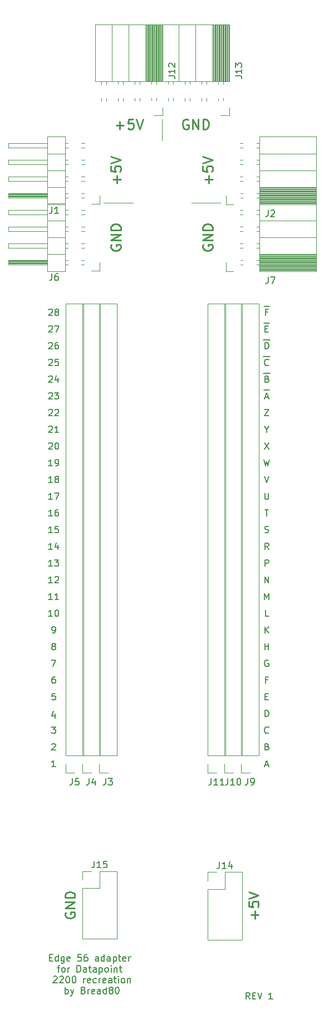
<source format=gto>
G04 #@! TF.GenerationSoftware,KiCad,Pcbnew,(5.1.12)-1*
G04 #@! TF.CreationDate,2023-07-18T15:38:23+01:00*
G04 #@! TF.ProjectId,Edge56,45646765-3536-42e6-9b69-6361645f7063,rev?*
G04 #@! TF.SameCoordinates,Original*
G04 #@! TF.FileFunction,Legend,Top*
G04 #@! TF.FilePolarity,Positive*
%FSLAX46Y46*%
G04 Gerber Fmt 4.6, Leading zero omitted, Abs format (unit mm)*
G04 Created by KiCad (PCBNEW (5.1.12)-1) date 2023-07-18 15:38:23*
%MOMM*%
%LPD*%
G01*
G04 APERTURE LIST*
%ADD10C,0.120000*%
%ADD11C,0.150000*%
%ADD12C,0.250000*%
G04 APERTURE END LIST*
D10*
X141605000Y-41910000D02*
X141605000Y-45085000D01*
X132715000Y-54610000D02*
X137160000Y-54610000D01*
X150495000Y-54610000D02*
X146050000Y-54610000D01*
D11*
X154908428Y-175585380D02*
X154575095Y-175109190D01*
X154337000Y-175585380D02*
X154337000Y-174585380D01*
X154717952Y-174585380D01*
X154813190Y-174633000D01*
X154860809Y-174680619D01*
X154908428Y-174775857D01*
X154908428Y-174918714D01*
X154860809Y-175013952D01*
X154813190Y-175061571D01*
X154717952Y-175109190D01*
X154337000Y-175109190D01*
X155337000Y-175061571D02*
X155670333Y-175061571D01*
X155813190Y-175585380D02*
X155337000Y-175585380D01*
X155337000Y-174585380D01*
X155813190Y-174585380D01*
X156098904Y-174585380D02*
X156432238Y-175585380D01*
X156765571Y-174585380D01*
X158384619Y-175585380D02*
X157813190Y-175585380D01*
X158098904Y-175585380D02*
X158098904Y-174585380D01*
X158003666Y-174728238D01*
X157908428Y-174823476D01*
X157813190Y-174871095D01*
X124460809Y-169284571D02*
X124794142Y-169284571D01*
X124937000Y-169808380D02*
X124460809Y-169808380D01*
X124460809Y-168808380D01*
X124937000Y-168808380D01*
X125794142Y-169808380D02*
X125794142Y-168808380D01*
X125794142Y-169760761D02*
X125698904Y-169808380D01*
X125508428Y-169808380D01*
X125413190Y-169760761D01*
X125365571Y-169713142D01*
X125317952Y-169617904D01*
X125317952Y-169332190D01*
X125365571Y-169236952D01*
X125413190Y-169189333D01*
X125508428Y-169141714D01*
X125698904Y-169141714D01*
X125794142Y-169189333D01*
X126698904Y-169141714D02*
X126698904Y-169951238D01*
X126651285Y-170046476D01*
X126603666Y-170094095D01*
X126508428Y-170141714D01*
X126365571Y-170141714D01*
X126270333Y-170094095D01*
X126698904Y-169760761D02*
X126603666Y-169808380D01*
X126413190Y-169808380D01*
X126317952Y-169760761D01*
X126270333Y-169713142D01*
X126222714Y-169617904D01*
X126222714Y-169332190D01*
X126270333Y-169236952D01*
X126317952Y-169189333D01*
X126413190Y-169141714D01*
X126603666Y-169141714D01*
X126698904Y-169189333D01*
X127556047Y-169760761D02*
X127460809Y-169808380D01*
X127270333Y-169808380D01*
X127175095Y-169760761D01*
X127127476Y-169665523D01*
X127127476Y-169284571D01*
X127175095Y-169189333D01*
X127270333Y-169141714D01*
X127460809Y-169141714D01*
X127556047Y-169189333D01*
X127603666Y-169284571D01*
X127603666Y-169379809D01*
X127127476Y-169475047D01*
X129270333Y-168808380D02*
X128794142Y-168808380D01*
X128746523Y-169284571D01*
X128794142Y-169236952D01*
X128889380Y-169189333D01*
X129127476Y-169189333D01*
X129222714Y-169236952D01*
X129270333Y-169284571D01*
X129317952Y-169379809D01*
X129317952Y-169617904D01*
X129270333Y-169713142D01*
X129222714Y-169760761D01*
X129127476Y-169808380D01*
X128889380Y-169808380D01*
X128794142Y-169760761D01*
X128746523Y-169713142D01*
X130175095Y-168808380D02*
X129984619Y-168808380D01*
X129889380Y-168856000D01*
X129841761Y-168903619D01*
X129746523Y-169046476D01*
X129698904Y-169236952D01*
X129698904Y-169617904D01*
X129746523Y-169713142D01*
X129794142Y-169760761D01*
X129889380Y-169808380D01*
X130079857Y-169808380D01*
X130175095Y-169760761D01*
X130222714Y-169713142D01*
X130270333Y-169617904D01*
X130270333Y-169379809D01*
X130222714Y-169284571D01*
X130175095Y-169236952D01*
X130079857Y-169189333D01*
X129889380Y-169189333D01*
X129794142Y-169236952D01*
X129746523Y-169284571D01*
X129698904Y-169379809D01*
X131889380Y-169808380D02*
X131889380Y-169284571D01*
X131841761Y-169189333D01*
X131746523Y-169141714D01*
X131556047Y-169141714D01*
X131460809Y-169189333D01*
X131889380Y-169760761D02*
X131794142Y-169808380D01*
X131556047Y-169808380D01*
X131460809Y-169760761D01*
X131413190Y-169665523D01*
X131413190Y-169570285D01*
X131460809Y-169475047D01*
X131556047Y-169427428D01*
X131794142Y-169427428D01*
X131889380Y-169379809D01*
X132794142Y-169808380D02*
X132794142Y-168808380D01*
X132794142Y-169760761D02*
X132698904Y-169808380D01*
X132508428Y-169808380D01*
X132413190Y-169760761D01*
X132365571Y-169713142D01*
X132317952Y-169617904D01*
X132317952Y-169332190D01*
X132365571Y-169236952D01*
X132413190Y-169189333D01*
X132508428Y-169141714D01*
X132698904Y-169141714D01*
X132794142Y-169189333D01*
X133698904Y-169808380D02*
X133698904Y-169284571D01*
X133651285Y-169189333D01*
X133556047Y-169141714D01*
X133365571Y-169141714D01*
X133270333Y-169189333D01*
X133698904Y-169760761D02*
X133603666Y-169808380D01*
X133365571Y-169808380D01*
X133270333Y-169760761D01*
X133222714Y-169665523D01*
X133222714Y-169570285D01*
X133270333Y-169475047D01*
X133365571Y-169427428D01*
X133603666Y-169427428D01*
X133698904Y-169379809D01*
X134175095Y-169141714D02*
X134175095Y-170141714D01*
X134175095Y-169189333D02*
X134270333Y-169141714D01*
X134460809Y-169141714D01*
X134556047Y-169189333D01*
X134603666Y-169236952D01*
X134651285Y-169332190D01*
X134651285Y-169617904D01*
X134603666Y-169713142D01*
X134556047Y-169760761D01*
X134460809Y-169808380D01*
X134270333Y-169808380D01*
X134175095Y-169760761D01*
X134937000Y-169141714D02*
X135317952Y-169141714D01*
X135079857Y-168808380D02*
X135079857Y-169665523D01*
X135127476Y-169760761D01*
X135222714Y-169808380D01*
X135317952Y-169808380D01*
X136032238Y-169760761D02*
X135937000Y-169808380D01*
X135746523Y-169808380D01*
X135651285Y-169760761D01*
X135603666Y-169665523D01*
X135603666Y-169284571D01*
X135651285Y-169189333D01*
X135746523Y-169141714D01*
X135937000Y-169141714D01*
X136032238Y-169189333D01*
X136079857Y-169284571D01*
X136079857Y-169379809D01*
X135603666Y-169475047D01*
X136508428Y-169808380D02*
X136508428Y-169141714D01*
X136508428Y-169332190D02*
X136556047Y-169236952D01*
X136603666Y-169189333D01*
X136698904Y-169141714D01*
X136794142Y-169141714D01*
X125651285Y-170791714D02*
X126032238Y-170791714D01*
X125794142Y-171458380D02*
X125794142Y-170601238D01*
X125841761Y-170506000D01*
X125937000Y-170458380D01*
X126032238Y-170458380D01*
X126508428Y-171458380D02*
X126413190Y-171410761D01*
X126365571Y-171363142D01*
X126317952Y-171267904D01*
X126317952Y-170982190D01*
X126365571Y-170886952D01*
X126413190Y-170839333D01*
X126508428Y-170791714D01*
X126651285Y-170791714D01*
X126746523Y-170839333D01*
X126794142Y-170886952D01*
X126841761Y-170982190D01*
X126841761Y-171267904D01*
X126794142Y-171363142D01*
X126746523Y-171410761D01*
X126651285Y-171458380D01*
X126508428Y-171458380D01*
X127270333Y-171458380D02*
X127270333Y-170791714D01*
X127270333Y-170982190D02*
X127317952Y-170886952D01*
X127365571Y-170839333D01*
X127460809Y-170791714D01*
X127556047Y-170791714D01*
X128651285Y-171458380D02*
X128651285Y-170458380D01*
X128889380Y-170458380D01*
X129032238Y-170506000D01*
X129127476Y-170601238D01*
X129175095Y-170696476D01*
X129222714Y-170886952D01*
X129222714Y-171029809D01*
X129175095Y-171220285D01*
X129127476Y-171315523D01*
X129032238Y-171410761D01*
X128889380Y-171458380D01*
X128651285Y-171458380D01*
X130079857Y-171458380D02*
X130079857Y-170934571D01*
X130032238Y-170839333D01*
X129937000Y-170791714D01*
X129746523Y-170791714D01*
X129651285Y-170839333D01*
X130079857Y-171410761D02*
X129984619Y-171458380D01*
X129746523Y-171458380D01*
X129651285Y-171410761D01*
X129603666Y-171315523D01*
X129603666Y-171220285D01*
X129651285Y-171125047D01*
X129746523Y-171077428D01*
X129984619Y-171077428D01*
X130079857Y-171029809D01*
X130413190Y-170791714D02*
X130794142Y-170791714D01*
X130556047Y-170458380D02*
X130556047Y-171315523D01*
X130603666Y-171410761D01*
X130698904Y-171458380D01*
X130794142Y-171458380D01*
X131556047Y-171458380D02*
X131556047Y-170934571D01*
X131508428Y-170839333D01*
X131413190Y-170791714D01*
X131222714Y-170791714D01*
X131127476Y-170839333D01*
X131556047Y-171410761D02*
X131460809Y-171458380D01*
X131222714Y-171458380D01*
X131127476Y-171410761D01*
X131079857Y-171315523D01*
X131079857Y-171220285D01*
X131127476Y-171125047D01*
X131222714Y-171077428D01*
X131460809Y-171077428D01*
X131556047Y-171029809D01*
X132032238Y-170791714D02*
X132032238Y-171791714D01*
X132032238Y-170839333D02*
X132127476Y-170791714D01*
X132317952Y-170791714D01*
X132413190Y-170839333D01*
X132460809Y-170886952D01*
X132508428Y-170982190D01*
X132508428Y-171267904D01*
X132460809Y-171363142D01*
X132413190Y-171410761D01*
X132317952Y-171458380D01*
X132127476Y-171458380D01*
X132032238Y-171410761D01*
X133079857Y-171458380D02*
X132984619Y-171410761D01*
X132937000Y-171363142D01*
X132889380Y-171267904D01*
X132889380Y-170982190D01*
X132937000Y-170886952D01*
X132984619Y-170839333D01*
X133079857Y-170791714D01*
X133222714Y-170791714D01*
X133317952Y-170839333D01*
X133365571Y-170886952D01*
X133413190Y-170982190D01*
X133413190Y-171267904D01*
X133365571Y-171363142D01*
X133317952Y-171410761D01*
X133222714Y-171458380D01*
X133079857Y-171458380D01*
X133841761Y-171458380D02*
X133841761Y-170791714D01*
X133841761Y-170458380D02*
X133794142Y-170506000D01*
X133841761Y-170553619D01*
X133889380Y-170506000D01*
X133841761Y-170458380D01*
X133841761Y-170553619D01*
X134317952Y-170791714D02*
X134317952Y-171458380D01*
X134317952Y-170886952D02*
X134365571Y-170839333D01*
X134460809Y-170791714D01*
X134603666Y-170791714D01*
X134698904Y-170839333D01*
X134746523Y-170934571D01*
X134746523Y-171458380D01*
X135079857Y-170791714D02*
X135460809Y-170791714D01*
X135222714Y-170458380D02*
X135222714Y-171315523D01*
X135270333Y-171410761D01*
X135365571Y-171458380D01*
X135460809Y-171458380D01*
X125056047Y-172203619D02*
X125103666Y-172156000D01*
X125198904Y-172108380D01*
X125437000Y-172108380D01*
X125532238Y-172156000D01*
X125579857Y-172203619D01*
X125627476Y-172298857D01*
X125627476Y-172394095D01*
X125579857Y-172536952D01*
X125008428Y-173108380D01*
X125627476Y-173108380D01*
X126008428Y-172203619D02*
X126056047Y-172156000D01*
X126151285Y-172108380D01*
X126389380Y-172108380D01*
X126484619Y-172156000D01*
X126532238Y-172203619D01*
X126579857Y-172298857D01*
X126579857Y-172394095D01*
X126532238Y-172536952D01*
X125960809Y-173108380D01*
X126579857Y-173108380D01*
X127198904Y-172108380D02*
X127294142Y-172108380D01*
X127389380Y-172156000D01*
X127437000Y-172203619D01*
X127484619Y-172298857D01*
X127532238Y-172489333D01*
X127532238Y-172727428D01*
X127484619Y-172917904D01*
X127437000Y-173013142D01*
X127389380Y-173060761D01*
X127294142Y-173108380D01*
X127198904Y-173108380D01*
X127103666Y-173060761D01*
X127056047Y-173013142D01*
X127008428Y-172917904D01*
X126960809Y-172727428D01*
X126960809Y-172489333D01*
X127008428Y-172298857D01*
X127056047Y-172203619D01*
X127103666Y-172156000D01*
X127198904Y-172108380D01*
X128151285Y-172108380D02*
X128246523Y-172108380D01*
X128341761Y-172156000D01*
X128389380Y-172203619D01*
X128437000Y-172298857D01*
X128484619Y-172489333D01*
X128484619Y-172727428D01*
X128437000Y-172917904D01*
X128389380Y-173013142D01*
X128341761Y-173060761D01*
X128246523Y-173108380D01*
X128151285Y-173108380D01*
X128056047Y-173060761D01*
X128008428Y-173013142D01*
X127960809Y-172917904D01*
X127913190Y-172727428D01*
X127913190Y-172489333D01*
X127960809Y-172298857D01*
X128008428Y-172203619D01*
X128056047Y-172156000D01*
X128151285Y-172108380D01*
X129675095Y-173108380D02*
X129675095Y-172441714D01*
X129675095Y-172632190D02*
X129722714Y-172536952D01*
X129770333Y-172489333D01*
X129865571Y-172441714D01*
X129960809Y-172441714D01*
X130675095Y-173060761D02*
X130579857Y-173108380D01*
X130389380Y-173108380D01*
X130294142Y-173060761D01*
X130246523Y-172965523D01*
X130246523Y-172584571D01*
X130294142Y-172489333D01*
X130389380Y-172441714D01*
X130579857Y-172441714D01*
X130675095Y-172489333D01*
X130722714Y-172584571D01*
X130722714Y-172679809D01*
X130246523Y-172775047D01*
X131579857Y-173060761D02*
X131484619Y-173108380D01*
X131294142Y-173108380D01*
X131198904Y-173060761D01*
X131151285Y-173013142D01*
X131103666Y-172917904D01*
X131103666Y-172632190D01*
X131151285Y-172536952D01*
X131198904Y-172489333D01*
X131294142Y-172441714D01*
X131484619Y-172441714D01*
X131579857Y-172489333D01*
X132008428Y-173108380D02*
X132008428Y-172441714D01*
X132008428Y-172632190D02*
X132056047Y-172536952D01*
X132103666Y-172489333D01*
X132198904Y-172441714D01*
X132294142Y-172441714D01*
X133008428Y-173060761D02*
X132913190Y-173108380D01*
X132722714Y-173108380D01*
X132627476Y-173060761D01*
X132579857Y-172965523D01*
X132579857Y-172584571D01*
X132627476Y-172489333D01*
X132722714Y-172441714D01*
X132913190Y-172441714D01*
X133008428Y-172489333D01*
X133056047Y-172584571D01*
X133056047Y-172679809D01*
X132579857Y-172775047D01*
X133913190Y-173108380D02*
X133913190Y-172584571D01*
X133865571Y-172489333D01*
X133770333Y-172441714D01*
X133579857Y-172441714D01*
X133484619Y-172489333D01*
X133913190Y-173060761D02*
X133817952Y-173108380D01*
X133579857Y-173108380D01*
X133484619Y-173060761D01*
X133437000Y-172965523D01*
X133437000Y-172870285D01*
X133484619Y-172775047D01*
X133579857Y-172727428D01*
X133817952Y-172727428D01*
X133913190Y-172679809D01*
X134246523Y-172441714D02*
X134627476Y-172441714D01*
X134389380Y-172108380D02*
X134389380Y-172965523D01*
X134437000Y-173060761D01*
X134532238Y-173108380D01*
X134627476Y-173108380D01*
X134960809Y-173108380D02*
X134960809Y-172441714D01*
X134960809Y-172108380D02*
X134913190Y-172156000D01*
X134960809Y-172203619D01*
X135008428Y-172156000D01*
X134960809Y-172108380D01*
X134960809Y-172203619D01*
X135579857Y-173108380D02*
X135484619Y-173060761D01*
X135437000Y-173013142D01*
X135389380Y-172917904D01*
X135389380Y-172632190D01*
X135437000Y-172536952D01*
X135484619Y-172489333D01*
X135579857Y-172441714D01*
X135722714Y-172441714D01*
X135817952Y-172489333D01*
X135865571Y-172536952D01*
X135913190Y-172632190D01*
X135913190Y-172917904D01*
X135865571Y-173013142D01*
X135817952Y-173060761D01*
X135722714Y-173108380D01*
X135579857Y-173108380D01*
X136341761Y-172441714D02*
X136341761Y-173108380D01*
X136341761Y-172536952D02*
X136389380Y-172489333D01*
X136484619Y-172441714D01*
X136627476Y-172441714D01*
X136722714Y-172489333D01*
X136770333Y-172584571D01*
X136770333Y-173108380D01*
X126865571Y-174758380D02*
X126865571Y-173758380D01*
X126865571Y-174139333D02*
X126960809Y-174091714D01*
X127151285Y-174091714D01*
X127246523Y-174139333D01*
X127294142Y-174186952D01*
X127341761Y-174282190D01*
X127341761Y-174567904D01*
X127294142Y-174663142D01*
X127246523Y-174710761D01*
X127151285Y-174758380D01*
X126960809Y-174758380D01*
X126865571Y-174710761D01*
X127675095Y-174091714D02*
X127913190Y-174758380D01*
X128151285Y-174091714D02*
X127913190Y-174758380D01*
X127817952Y-174996476D01*
X127770333Y-175044095D01*
X127675095Y-175091714D01*
X129627476Y-174234571D02*
X129770333Y-174282190D01*
X129817952Y-174329809D01*
X129865571Y-174425047D01*
X129865571Y-174567904D01*
X129817952Y-174663142D01*
X129770333Y-174710761D01*
X129675095Y-174758380D01*
X129294142Y-174758380D01*
X129294142Y-173758380D01*
X129627476Y-173758380D01*
X129722714Y-173806000D01*
X129770333Y-173853619D01*
X129817952Y-173948857D01*
X129817952Y-174044095D01*
X129770333Y-174139333D01*
X129722714Y-174186952D01*
X129627476Y-174234571D01*
X129294142Y-174234571D01*
X130294142Y-174758380D02*
X130294142Y-174091714D01*
X130294142Y-174282190D02*
X130341761Y-174186952D01*
X130389380Y-174139333D01*
X130484619Y-174091714D01*
X130579857Y-174091714D01*
X131294142Y-174710761D02*
X131198904Y-174758380D01*
X131008428Y-174758380D01*
X130913190Y-174710761D01*
X130865571Y-174615523D01*
X130865571Y-174234571D01*
X130913190Y-174139333D01*
X131008428Y-174091714D01*
X131198904Y-174091714D01*
X131294142Y-174139333D01*
X131341761Y-174234571D01*
X131341761Y-174329809D01*
X130865571Y-174425047D01*
X132198904Y-174758380D02*
X132198904Y-174234571D01*
X132151285Y-174139333D01*
X132056047Y-174091714D01*
X131865571Y-174091714D01*
X131770333Y-174139333D01*
X132198904Y-174710761D02*
X132103666Y-174758380D01*
X131865571Y-174758380D01*
X131770333Y-174710761D01*
X131722714Y-174615523D01*
X131722714Y-174520285D01*
X131770333Y-174425047D01*
X131865571Y-174377428D01*
X132103666Y-174377428D01*
X132198904Y-174329809D01*
X133103666Y-174758380D02*
X133103666Y-173758380D01*
X133103666Y-174710761D02*
X133008428Y-174758380D01*
X132817952Y-174758380D01*
X132722714Y-174710761D01*
X132675095Y-174663142D01*
X132627476Y-174567904D01*
X132627476Y-174282190D01*
X132675095Y-174186952D01*
X132722714Y-174139333D01*
X132817952Y-174091714D01*
X133008428Y-174091714D01*
X133103666Y-174139333D01*
X133722714Y-174186952D02*
X133627476Y-174139333D01*
X133579857Y-174091714D01*
X133532238Y-173996476D01*
X133532238Y-173948857D01*
X133579857Y-173853619D01*
X133627476Y-173806000D01*
X133722714Y-173758380D01*
X133913190Y-173758380D01*
X134008428Y-173806000D01*
X134056047Y-173853619D01*
X134103666Y-173948857D01*
X134103666Y-173996476D01*
X134056047Y-174091714D01*
X134008428Y-174139333D01*
X133913190Y-174186952D01*
X133722714Y-174186952D01*
X133627476Y-174234571D01*
X133579857Y-174282190D01*
X133532238Y-174377428D01*
X133532238Y-174567904D01*
X133579857Y-174663142D01*
X133627476Y-174710761D01*
X133722714Y-174758380D01*
X133913190Y-174758380D01*
X134008428Y-174710761D01*
X134056047Y-174663142D01*
X134103666Y-174567904D01*
X134103666Y-174377428D01*
X134056047Y-174282190D01*
X134008428Y-174234571D01*
X133913190Y-174186952D01*
X134722714Y-173758380D02*
X134817952Y-173758380D01*
X134913190Y-173806000D01*
X134960809Y-173853619D01*
X135008428Y-173948857D01*
X135056047Y-174139333D01*
X135056047Y-174377428D01*
X135008428Y-174567904D01*
X134960809Y-174663142D01*
X134913190Y-174710761D01*
X134817952Y-174758380D01*
X134722714Y-174758380D01*
X134627476Y-174710761D01*
X134579857Y-174663142D01*
X134532238Y-174567904D01*
X134484619Y-174377428D01*
X134484619Y-174139333D01*
X134532238Y-173948857D01*
X134579857Y-173853619D01*
X134627476Y-173806000D01*
X134722714Y-173758380D01*
D12*
X155682142Y-163345571D02*
X155682142Y-162202714D01*
X156253571Y-162774142D02*
X155110714Y-162774142D01*
X154753571Y-160774142D02*
X154753571Y-161488428D01*
X155467857Y-161559857D01*
X155396428Y-161488428D01*
X155325000Y-161345571D01*
X155325000Y-160988428D01*
X155396428Y-160845571D01*
X155467857Y-160774142D01*
X155610714Y-160702714D01*
X155967857Y-160702714D01*
X156110714Y-160774142D01*
X156182142Y-160845571D01*
X156253571Y-160988428D01*
X156253571Y-161345571D01*
X156182142Y-161488428D01*
X156110714Y-161559857D01*
X154753571Y-160274142D02*
X156253571Y-159774142D01*
X154753571Y-159274142D01*
X126885000Y-162432857D02*
X126813571Y-162575714D01*
X126813571Y-162790000D01*
X126885000Y-163004285D01*
X127027857Y-163147142D01*
X127170714Y-163218571D01*
X127456428Y-163290000D01*
X127670714Y-163290000D01*
X127956428Y-163218571D01*
X128099285Y-163147142D01*
X128242142Y-163004285D01*
X128313571Y-162790000D01*
X128313571Y-162647142D01*
X128242142Y-162432857D01*
X128170714Y-162361428D01*
X127670714Y-162361428D01*
X127670714Y-162647142D01*
X128313571Y-161718571D02*
X126813571Y-161718571D01*
X128313571Y-160861428D01*
X126813571Y-160861428D01*
X128313571Y-160147142D02*
X126813571Y-160147142D01*
X126813571Y-159790000D01*
X126885000Y-159575714D01*
X127027857Y-159432857D01*
X127170714Y-159361428D01*
X127456428Y-159290000D01*
X127670714Y-159290000D01*
X127956428Y-159361428D01*
X128099285Y-159432857D01*
X128242142Y-159575714D01*
X128313571Y-159790000D01*
X128313571Y-160147142D01*
X147840000Y-60959857D02*
X147768571Y-61102714D01*
X147768571Y-61317000D01*
X147840000Y-61531285D01*
X147982857Y-61674142D01*
X148125714Y-61745571D01*
X148411428Y-61817000D01*
X148625714Y-61817000D01*
X148911428Y-61745571D01*
X149054285Y-61674142D01*
X149197142Y-61531285D01*
X149268571Y-61317000D01*
X149268571Y-61174142D01*
X149197142Y-60959857D01*
X149125714Y-60888428D01*
X148625714Y-60888428D01*
X148625714Y-61174142D01*
X149268571Y-60245571D02*
X147768571Y-60245571D01*
X149268571Y-59388428D01*
X147768571Y-59388428D01*
X149268571Y-58674142D02*
X147768571Y-58674142D01*
X147768571Y-58317000D01*
X147840000Y-58102714D01*
X147982857Y-57959857D01*
X148125714Y-57888428D01*
X148411428Y-57817000D01*
X148625714Y-57817000D01*
X148911428Y-57888428D01*
X149054285Y-57959857D01*
X149197142Y-58102714D01*
X149268571Y-58317000D01*
X149268571Y-58674142D01*
X148697142Y-51585571D02*
X148697142Y-50442714D01*
X149268571Y-51014142D02*
X148125714Y-51014142D01*
X147768571Y-49014142D02*
X147768571Y-49728428D01*
X148482857Y-49799857D01*
X148411428Y-49728428D01*
X148340000Y-49585571D01*
X148340000Y-49228428D01*
X148411428Y-49085571D01*
X148482857Y-49014142D01*
X148625714Y-48942714D01*
X148982857Y-48942714D01*
X149125714Y-49014142D01*
X149197142Y-49085571D01*
X149268571Y-49228428D01*
X149268571Y-49585571D01*
X149197142Y-49728428D01*
X149125714Y-49799857D01*
X147768571Y-48514142D02*
X149268571Y-48014142D01*
X147768571Y-47514142D01*
X145542142Y-41922000D02*
X145399285Y-41850571D01*
X145185000Y-41850571D01*
X144970714Y-41922000D01*
X144827857Y-42064857D01*
X144756428Y-42207714D01*
X144685000Y-42493428D01*
X144685000Y-42707714D01*
X144756428Y-42993428D01*
X144827857Y-43136285D01*
X144970714Y-43279142D01*
X145185000Y-43350571D01*
X145327857Y-43350571D01*
X145542142Y-43279142D01*
X145613571Y-43207714D01*
X145613571Y-42707714D01*
X145327857Y-42707714D01*
X146256428Y-43350571D02*
X146256428Y-41850571D01*
X147113571Y-43350571D01*
X147113571Y-41850571D01*
X147827857Y-43350571D02*
X147827857Y-41850571D01*
X148185000Y-41850571D01*
X148399285Y-41922000D01*
X148542142Y-42064857D01*
X148613571Y-42207714D01*
X148685000Y-42493428D01*
X148685000Y-42707714D01*
X148613571Y-42993428D01*
X148542142Y-43136285D01*
X148399285Y-43279142D01*
X148185000Y-43350571D01*
X147827857Y-43350571D01*
X134596428Y-42779142D02*
X135739285Y-42779142D01*
X135167857Y-43350571D02*
X135167857Y-42207714D01*
X137167857Y-41850571D02*
X136453571Y-41850571D01*
X136382142Y-42564857D01*
X136453571Y-42493428D01*
X136596428Y-42422000D01*
X136953571Y-42422000D01*
X137096428Y-42493428D01*
X137167857Y-42564857D01*
X137239285Y-42707714D01*
X137239285Y-43064857D01*
X137167857Y-43207714D01*
X137096428Y-43279142D01*
X136953571Y-43350571D01*
X136596428Y-43350571D01*
X136453571Y-43279142D01*
X136382142Y-43207714D01*
X137667857Y-41850571D02*
X138167857Y-43350571D01*
X138667857Y-41850571D01*
X133870000Y-60959857D02*
X133798571Y-61102714D01*
X133798571Y-61317000D01*
X133870000Y-61531285D01*
X134012857Y-61674142D01*
X134155714Y-61745571D01*
X134441428Y-61817000D01*
X134655714Y-61817000D01*
X134941428Y-61745571D01*
X135084285Y-61674142D01*
X135227142Y-61531285D01*
X135298571Y-61317000D01*
X135298571Y-61174142D01*
X135227142Y-60959857D01*
X135155714Y-60888428D01*
X134655714Y-60888428D01*
X134655714Y-61174142D01*
X135298571Y-60245571D02*
X133798571Y-60245571D01*
X135298571Y-59388428D01*
X133798571Y-59388428D01*
X135298571Y-58674142D02*
X133798571Y-58674142D01*
X133798571Y-58317000D01*
X133870000Y-58102714D01*
X134012857Y-57959857D01*
X134155714Y-57888428D01*
X134441428Y-57817000D01*
X134655714Y-57817000D01*
X134941428Y-57888428D01*
X135084285Y-57959857D01*
X135227142Y-58102714D01*
X135298571Y-58317000D01*
X135298571Y-58674142D01*
X134727142Y-51585571D02*
X134727142Y-50442714D01*
X135298571Y-51014142D02*
X134155714Y-51014142D01*
X133798571Y-49014142D02*
X133798571Y-49728428D01*
X134512857Y-49799857D01*
X134441428Y-49728428D01*
X134370000Y-49585571D01*
X134370000Y-49228428D01*
X134441428Y-49085571D01*
X134512857Y-49014142D01*
X134655714Y-48942714D01*
X135012857Y-48942714D01*
X135155714Y-49014142D01*
X135227142Y-49085571D01*
X135298571Y-49228428D01*
X135298571Y-49585571D01*
X135227142Y-49728428D01*
X135155714Y-49799857D01*
X133798571Y-48514142D02*
X135298571Y-48014142D01*
X133798571Y-47514142D01*
D11*
X156980000Y-75412000D02*
X157980000Y-75412000D01*
X157218095Y-76779380D02*
X157218095Y-75779380D01*
X157456190Y-75779380D01*
X157599047Y-75827000D01*
X157694285Y-75922238D01*
X157741904Y-76017476D01*
X157789523Y-76207952D01*
X157789523Y-76350809D01*
X157741904Y-76541285D01*
X157694285Y-76636523D01*
X157599047Y-76731761D01*
X157456190Y-76779380D01*
X157218095Y-76779380D01*
X156980000Y-77952000D02*
X157980000Y-77952000D01*
X157789523Y-79224142D02*
X157741904Y-79271761D01*
X157599047Y-79319380D01*
X157503809Y-79319380D01*
X157360952Y-79271761D01*
X157265714Y-79176523D01*
X157218095Y-79081285D01*
X157170476Y-78890809D01*
X157170476Y-78747952D01*
X157218095Y-78557476D01*
X157265714Y-78462238D01*
X157360952Y-78367000D01*
X157503809Y-78319380D01*
X157599047Y-78319380D01*
X157741904Y-78367000D01*
X157789523Y-78414619D01*
X156980000Y-80492000D02*
X157980000Y-80492000D01*
X157551428Y-81335571D02*
X157694285Y-81383190D01*
X157741904Y-81430809D01*
X157789523Y-81526047D01*
X157789523Y-81668904D01*
X157741904Y-81764142D01*
X157694285Y-81811761D01*
X157599047Y-81859380D01*
X157218095Y-81859380D01*
X157218095Y-80859380D01*
X157551428Y-80859380D01*
X157646666Y-80907000D01*
X157694285Y-80954619D01*
X157741904Y-81049857D01*
X157741904Y-81145095D01*
X157694285Y-81240333D01*
X157646666Y-81287952D01*
X157551428Y-81335571D01*
X157218095Y-81335571D01*
X157051428Y-83032000D02*
X157908571Y-83032000D01*
X157241904Y-84113666D02*
X157718095Y-84113666D01*
X157146666Y-84399380D02*
X157480000Y-83399380D01*
X157813333Y-84399380D01*
X157741904Y-124087000D02*
X157646666Y-124039380D01*
X157503809Y-124039380D01*
X157360952Y-124087000D01*
X157265714Y-124182238D01*
X157218095Y-124277476D01*
X157170476Y-124467952D01*
X157170476Y-124610809D01*
X157218095Y-124801285D01*
X157265714Y-124896523D01*
X157360952Y-124991761D01*
X157503809Y-125039380D01*
X157599047Y-125039380D01*
X157741904Y-124991761D01*
X157789523Y-124944142D01*
X157789523Y-124610809D01*
X157599047Y-124610809D01*
X157194285Y-122499380D02*
X157194285Y-121499380D01*
X157194285Y-121975571D02*
X157765714Y-121975571D01*
X157765714Y-122499380D02*
X157765714Y-121499380D01*
X157051428Y-70332000D02*
X157908571Y-70332000D01*
X157622857Y-71175571D02*
X157289523Y-71175571D01*
X157289523Y-71699380D02*
X157289523Y-70699380D01*
X157765714Y-70699380D01*
X157027619Y-72872000D02*
X157932380Y-72872000D01*
X157265714Y-73715571D02*
X157599047Y-73715571D01*
X157741904Y-74239380D02*
X157265714Y-74239380D01*
X157265714Y-73239380D01*
X157741904Y-73239380D01*
X157146666Y-85939380D02*
X157813333Y-85939380D01*
X157146666Y-86939380D01*
X157813333Y-86939380D01*
X157480000Y-89003190D02*
X157480000Y-89479380D01*
X157146666Y-88479380D02*
X157480000Y-89003190D01*
X157813333Y-88479380D01*
X157146666Y-91019380D02*
X157813333Y-92019380D01*
X157813333Y-91019380D02*
X157146666Y-92019380D01*
X157051428Y-93559380D02*
X157289523Y-94559380D01*
X157480000Y-93845095D01*
X157670476Y-94559380D01*
X157908571Y-93559380D01*
X157146666Y-96099380D02*
X157480000Y-97099380D01*
X157813333Y-96099380D01*
X157194285Y-98639380D02*
X157194285Y-99448904D01*
X157241904Y-99544142D01*
X157289523Y-99591761D01*
X157384761Y-99639380D01*
X157575238Y-99639380D01*
X157670476Y-99591761D01*
X157718095Y-99544142D01*
X157765714Y-99448904D01*
X157765714Y-98639380D01*
X157194285Y-101179380D02*
X157765714Y-101179380D01*
X157480000Y-102179380D02*
X157480000Y-101179380D01*
X157194285Y-104671761D02*
X157337142Y-104719380D01*
X157575238Y-104719380D01*
X157670476Y-104671761D01*
X157718095Y-104624142D01*
X157765714Y-104528904D01*
X157765714Y-104433666D01*
X157718095Y-104338428D01*
X157670476Y-104290809D01*
X157575238Y-104243190D01*
X157384761Y-104195571D01*
X157289523Y-104147952D01*
X157241904Y-104100333D01*
X157194285Y-104005095D01*
X157194285Y-103909857D01*
X157241904Y-103814619D01*
X157289523Y-103767000D01*
X157384761Y-103719380D01*
X157622857Y-103719380D01*
X157765714Y-103767000D01*
X157789523Y-107259380D02*
X157456190Y-106783190D01*
X157218095Y-107259380D02*
X157218095Y-106259380D01*
X157599047Y-106259380D01*
X157694285Y-106307000D01*
X157741904Y-106354619D01*
X157789523Y-106449857D01*
X157789523Y-106592714D01*
X157741904Y-106687952D01*
X157694285Y-106735571D01*
X157599047Y-106783190D01*
X157218095Y-106783190D01*
X157218095Y-109799380D02*
X157218095Y-108799380D01*
X157599047Y-108799380D01*
X157694285Y-108847000D01*
X157741904Y-108894619D01*
X157789523Y-108989857D01*
X157789523Y-109132714D01*
X157741904Y-109227952D01*
X157694285Y-109275571D01*
X157599047Y-109323190D01*
X157218095Y-109323190D01*
X157194285Y-112339380D02*
X157194285Y-111339380D01*
X157765714Y-112339380D01*
X157765714Y-111339380D01*
X157146666Y-114879380D02*
X157146666Y-113879380D01*
X157480000Y-114593666D01*
X157813333Y-113879380D01*
X157813333Y-114879380D01*
X157789523Y-117419380D02*
X157313333Y-117419380D01*
X157313333Y-116419380D01*
X157218095Y-119959380D02*
X157218095Y-118959380D01*
X157789523Y-119959380D02*
X157360952Y-119387952D01*
X157789523Y-118959380D02*
X157218095Y-119530809D01*
X157622857Y-127055571D02*
X157289523Y-127055571D01*
X157289523Y-127579380D02*
X157289523Y-126579380D01*
X157765714Y-126579380D01*
X157265714Y-129595571D02*
X157599047Y-129595571D01*
X157741904Y-130119380D02*
X157265714Y-130119380D01*
X157265714Y-129119380D01*
X157741904Y-129119380D01*
X157218095Y-132659380D02*
X157218095Y-131659380D01*
X157456190Y-131659380D01*
X157599047Y-131707000D01*
X157694285Y-131802238D01*
X157741904Y-131897476D01*
X157789523Y-132087952D01*
X157789523Y-132230809D01*
X157741904Y-132421285D01*
X157694285Y-132516523D01*
X157599047Y-132611761D01*
X157456190Y-132659380D01*
X157218095Y-132659380D01*
X157789523Y-135104142D02*
X157741904Y-135151761D01*
X157599047Y-135199380D01*
X157503809Y-135199380D01*
X157360952Y-135151761D01*
X157265714Y-135056523D01*
X157218095Y-134961285D01*
X157170476Y-134770809D01*
X157170476Y-134627952D01*
X157218095Y-134437476D01*
X157265714Y-134342238D01*
X157360952Y-134247000D01*
X157503809Y-134199380D01*
X157599047Y-134199380D01*
X157741904Y-134247000D01*
X157789523Y-134294619D01*
X157551428Y-137215571D02*
X157694285Y-137263190D01*
X157741904Y-137310809D01*
X157789523Y-137406047D01*
X157789523Y-137548904D01*
X157741904Y-137644142D01*
X157694285Y-137691761D01*
X157599047Y-137739380D01*
X157218095Y-137739380D01*
X157218095Y-136739380D01*
X157551428Y-136739380D01*
X157646666Y-136787000D01*
X157694285Y-136834619D01*
X157741904Y-136929857D01*
X157741904Y-137025095D01*
X157694285Y-137120333D01*
X157646666Y-137167952D01*
X157551428Y-137215571D01*
X157218095Y-137215571D01*
X157241904Y-139993666D02*
X157718095Y-139993666D01*
X157146666Y-140279380D02*
X157480000Y-139279380D01*
X157813333Y-140279380D01*
X124333095Y-70794619D02*
X124380714Y-70747000D01*
X124475952Y-70699380D01*
X124714047Y-70699380D01*
X124809285Y-70747000D01*
X124856904Y-70794619D01*
X124904523Y-70889857D01*
X124904523Y-70985095D01*
X124856904Y-71127952D01*
X124285476Y-71699380D01*
X124904523Y-71699380D01*
X125475952Y-71127952D02*
X125380714Y-71080333D01*
X125333095Y-71032714D01*
X125285476Y-70937476D01*
X125285476Y-70889857D01*
X125333095Y-70794619D01*
X125380714Y-70747000D01*
X125475952Y-70699380D01*
X125666428Y-70699380D01*
X125761666Y-70747000D01*
X125809285Y-70794619D01*
X125856904Y-70889857D01*
X125856904Y-70937476D01*
X125809285Y-71032714D01*
X125761666Y-71080333D01*
X125666428Y-71127952D01*
X125475952Y-71127952D01*
X125380714Y-71175571D01*
X125333095Y-71223190D01*
X125285476Y-71318428D01*
X125285476Y-71508904D01*
X125333095Y-71604142D01*
X125380714Y-71651761D01*
X125475952Y-71699380D01*
X125666428Y-71699380D01*
X125761666Y-71651761D01*
X125809285Y-71604142D01*
X125856904Y-71508904D01*
X125856904Y-71318428D01*
X125809285Y-71223190D01*
X125761666Y-71175571D01*
X125666428Y-71127952D01*
X124333095Y-73334619D02*
X124380714Y-73287000D01*
X124475952Y-73239380D01*
X124714047Y-73239380D01*
X124809285Y-73287000D01*
X124856904Y-73334619D01*
X124904523Y-73429857D01*
X124904523Y-73525095D01*
X124856904Y-73667952D01*
X124285476Y-74239380D01*
X124904523Y-74239380D01*
X125237857Y-73239380D02*
X125904523Y-73239380D01*
X125475952Y-74239380D01*
X124333095Y-75874619D02*
X124380714Y-75827000D01*
X124475952Y-75779380D01*
X124714047Y-75779380D01*
X124809285Y-75827000D01*
X124856904Y-75874619D01*
X124904523Y-75969857D01*
X124904523Y-76065095D01*
X124856904Y-76207952D01*
X124285476Y-76779380D01*
X124904523Y-76779380D01*
X125761666Y-75779380D02*
X125571190Y-75779380D01*
X125475952Y-75827000D01*
X125428333Y-75874619D01*
X125333095Y-76017476D01*
X125285476Y-76207952D01*
X125285476Y-76588904D01*
X125333095Y-76684142D01*
X125380714Y-76731761D01*
X125475952Y-76779380D01*
X125666428Y-76779380D01*
X125761666Y-76731761D01*
X125809285Y-76684142D01*
X125856904Y-76588904D01*
X125856904Y-76350809D01*
X125809285Y-76255571D01*
X125761666Y-76207952D01*
X125666428Y-76160333D01*
X125475952Y-76160333D01*
X125380714Y-76207952D01*
X125333095Y-76255571D01*
X125285476Y-76350809D01*
X124333095Y-78414619D02*
X124380714Y-78367000D01*
X124475952Y-78319380D01*
X124714047Y-78319380D01*
X124809285Y-78367000D01*
X124856904Y-78414619D01*
X124904523Y-78509857D01*
X124904523Y-78605095D01*
X124856904Y-78747952D01*
X124285476Y-79319380D01*
X124904523Y-79319380D01*
X125809285Y-78319380D02*
X125333095Y-78319380D01*
X125285476Y-78795571D01*
X125333095Y-78747952D01*
X125428333Y-78700333D01*
X125666428Y-78700333D01*
X125761666Y-78747952D01*
X125809285Y-78795571D01*
X125856904Y-78890809D01*
X125856904Y-79128904D01*
X125809285Y-79224142D01*
X125761666Y-79271761D01*
X125666428Y-79319380D01*
X125428333Y-79319380D01*
X125333095Y-79271761D01*
X125285476Y-79224142D01*
X124333095Y-80954619D02*
X124380714Y-80907000D01*
X124475952Y-80859380D01*
X124714047Y-80859380D01*
X124809285Y-80907000D01*
X124856904Y-80954619D01*
X124904523Y-81049857D01*
X124904523Y-81145095D01*
X124856904Y-81287952D01*
X124285476Y-81859380D01*
X124904523Y-81859380D01*
X125761666Y-81192714D02*
X125761666Y-81859380D01*
X125523571Y-80811761D02*
X125285476Y-81526047D01*
X125904523Y-81526047D01*
X124333095Y-83494619D02*
X124380714Y-83447000D01*
X124475952Y-83399380D01*
X124714047Y-83399380D01*
X124809285Y-83447000D01*
X124856904Y-83494619D01*
X124904523Y-83589857D01*
X124904523Y-83685095D01*
X124856904Y-83827952D01*
X124285476Y-84399380D01*
X124904523Y-84399380D01*
X125237857Y-83399380D02*
X125856904Y-83399380D01*
X125523571Y-83780333D01*
X125666428Y-83780333D01*
X125761666Y-83827952D01*
X125809285Y-83875571D01*
X125856904Y-83970809D01*
X125856904Y-84208904D01*
X125809285Y-84304142D01*
X125761666Y-84351761D01*
X125666428Y-84399380D01*
X125380714Y-84399380D01*
X125285476Y-84351761D01*
X125237857Y-84304142D01*
X124333095Y-86034619D02*
X124380714Y-85987000D01*
X124475952Y-85939380D01*
X124714047Y-85939380D01*
X124809285Y-85987000D01*
X124856904Y-86034619D01*
X124904523Y-86129857D01*
X124904523Y-86225095D01*
X124856904Y-86367952D01*
X124285476Y-86939380D01*
X124904523Y-86939380D01*
X125285476Y-86034619D02*
X125333095Y-85987000D01*
X125428333Y-85939380D01*
X125666428Y-85939380D01*
X125761666Y-85987000D01*
X125809285Y-86034619D01*
X125856904Y-86129857D01*
X125856904Y-86225095D01*
X125809285Y-86367952D01*
X125237857Y-86939380D01*
X125856904Y-86939380D01*
X124333095Y-88574619D02*
X124380714Y-88527000D01*
X124475952Y-88479380D01*
X124714047Y-88479380D01*
X124809285Y-88527000D01*
X124856904Y-88574619D01*
X124904523Y-88669857D01*
X124904523Y-88765095D01*
X124856904Y-88907952D01*
X124285476Y-89479380D01*
X124904523Y-89479380D01*
X125856904Y-89479380D02*
X125285476Y-89479380D01*
X125571190Y-89479380D02*
X125571190Y-88479380D01*
X125475952Y-88622238D01*
X125380714Y-88717476D01*
X125285476Y-88765095D01*
X124333095Y-91114619D02*
X124380714Y-91067000D01*
X124475952Y-91019380D01*
X124714047Y-91019380D01*
X124809285Y-91067000D01*
X124856904Y-91114619D01*
X124904523Y-91209857D01*
X124904523Y-91305095D01*
X124856904Y-91447952D01*
X124285476Y-92019380D01*
X124904523Y-92019380D01*
X125523571Y-91019380D02*
X125618809Y-91019380D01*
X125714047Y-91067000D01*
X125761666Y-91114619D01*
X125809285Y-91209857D01*
X125856904Y-91400333D01*
X125856904Y-91638428D01*
X125809285Y-91828904D01*
X125761666Y-91924142D01*
X125714047Y-91971761D01*
X125618809Y-92019380D01*
X125523571Y-92019380D01*
X125428333Y-91971761D01*
X125380714Y-91924142D01*
X125333095Y-91828904D01*
X125285476Y-91638428D01*
X125285476Y-91400333D01*
X125333095Y-91209857D01*
X125380714Y-91114619D01*
X125428333Y-91067000D01*
X125523571Y-91019380D01*
X124904523Y-94559380D02*
X124333095Y-94559380D01*
X124618809Y-94559380D02*
X124618809Y-93559380D01*
X124523571Y-93702238D01*
X124428333Y-93797476D01*
X124333095Y-93845095D01*
X125380714Y-94559380D02*
X125571190Y-94559380D01*
X125666428Y-94511761D01*
X125714047Y-94464142D01*
X125809285Y-94321285D01*
X125856904Y-94130809D01*
X125856904Y-93749857D01*
X125809285Y-93654619D01*
X125761666Y-93607000D01*
X125666428Y-93559380D01*
X125475952Y-93559380D01*
X125380714Y-93607000D01*
X125333095Y-93654619D01*
X125285476Y-93749857D01*
X125285476Y-93987952D01*
X125333095Y-94083190D01*
X125380714Y-94130809D01*
X125475952Y-94178428D01*
X125666428Y-94178428D01*
X125761666Y-94130809D01*
X125809285Y-94083190D01*
X125856904Y-93987952D01*
X124904523Y-97099380D02*
X124333095Y-97099380D01*
X124618809Y-97099380D02*
X124618809Y-96099380D01*
X124523571Y-96242238D01*
X124428333Y-96337476D01*
X124333095Y-96385095D01*
X125475952Y-96527952D02*
X125380714Y-96480333D01*
X125333095Y-96432714D01*
X125285476Y-96337476D01*
X125285476Y-96289857D01*
X125333095Y-96194619D01*
X125380714Y-96147000D01*
X125475952Y-96099380D01*
X125666428Y-96099380D01*
X125761666Y-96147000D01*
X125809285Y-96194619D01*
X125856904Y-96289857D01*
X125856904Y-96337476D01*
X125809285Y-96432714D01*
X125761666Y-96480333D01*
X125666428Y-96527952D01*
X125475952Y-96527952D01*
X125380714Y-96575571D01*
X125333095Y-96623190D01*
X125285476Y-96718428D01*
X125285476Y-96908904D01*
X125333095Y-97004142D01*
X125380714Y-97051761D01*
X125475952Y-97099380D01*
X125666428Y-97099380D01*
X125761666Y-97051761D01*
X125809285Y-97004142D01*
X125856904Y-96908904D01*
X125856904Y-96718428D01*
X125809285Y-96623190D01*
X125761666Y-96575571D01*
X125666428Y-96527952D01*
X124904523Y-99639380D02*
X124333095Y-99639380D01*
X124618809Y-99639380D02*
X124618809Y-98639380D01*
X124523571Y-98782238D01*
X124428333Y-98877476D01*
X124333095Y-98925095D01*
X125237857Y-98639380D02*
X125904523Y-98639380D01*
X125475952Y-99639380D01*
X124904523Y-102179380D02*
X124333095Y-102179380D01*
X124618809Y-102179380D02*
X124618809Y-101179380D01*
X124523571Y-101322238D01*
X124428333Y-101417476D01*
X124333095Y-101465095D01*
X125761666Y-101179380D02*
X125571190Y-101179380D01*
X125475952Y-101227000D01*
X125428333Y-101274619D01*
X125333095Y-101417476D01*
X125285476Y-101607952D01*
X125285476Y-101988904D01*
X125333095Y-102084142D01*
X125380714Y-102131761D01*
X125475952Y-102179380D01*
X125666428Y-102179380D01*
X125761666Y-102131761D01*
X125809285Y-102084142D01*
X125856904Y-101988904D01*
X125856904Y-101750809D01*
X125809285Y-101655571D01*
X125761666Y-101607952D01*
X125666428Y-101560333D01*
X125475952Y-101560333D01*
X125380714Y-101607952D01*
X125333095Y-101655571D01*
X125285476Y-101750809D01*
X124904523Y-104719380D02*
X124333095Y-104719380D01*
X124618809Y-104719380D02*
X124618809Y-103719380D01*
X124523571Y-103862238D01*
X124428333Y-103957476D01*
X124333095Y-104005095D01*
X125809285Y-103719380D02*
X125333095Y-103719380D01*
X125285476Y-104195571D01*
X125333095Y-104147952D01*
X125428333Y-104100333D01*
X125666428Y-104100333D01*
X125761666Y-104147952D01*
X125809285Y-104195571D01*
X125856904Y-104290809D01*
X125856904Y-104528904D01*
X125809285Y-104624142D01*
X125761666Y-104671761D01*
X125666428Y-104719380D01*
X125428333Y-104719380D01*
X125333095Y-104671761D01*
X125285476Y-104624142D01*
X124904523Y-107259380D02*
X124333095Y-107259380D01*
X124618809Y-107259380D02*
X124618809Y-106259380D01*
X124523571Y-106402238D01*
X124428333Y-106497476D01*
X124333095Y-106545095D01*
X125761666Y-106592714D02*
X125761666Y-107259380D01*
X125523571Y-106211761D02*
X125285476Y-106926047D01*
X125904523Y-106926047D01*
X124904523Y-109799380D02*
X124333095Y-109799380D01*
X124618809Y-109799380D02*
X124618809Y-108799380D01*
X124523571Y-108942238D01*
X124428333Y-109037476D01*
X124333095Y-109085095D01*
X125237857Y-108799380D02*
X125856904Y-108799380D01*
X125523571Y-109180333D01*
X125666428Y-109180333D01*
X125761666Y-109227952D01*
X125809285Y-109275571D01*
X125856904Y-109370809D01*
X125856904Y-109608904D01*
X125809285Y-109704142D01*
X125761666Y-109751761D01*
X125666428Y-109799380D01*
X125380714Y-109799380D01*
X125285476Y-109751761D01*
X125237857Y-109704142D01*
X124904523Y-112339380D02*
X124333095Y-112339380D01*
X124618809Y-112339380D02*
X124618809Y-111339380D01*
X124523571Y-111482238D01*
X124428333Y-111577476D01*
X124333095Y-111625095D01*
X125285476Y-111434619D02*
X125333095Y-111387000D01*
X125428333Y-111339380D01*
X125666428Y-111339380D01*
X125761666Y-111387000D01*
X125809285Y-111434619D01*
X125856904Y-111529857D01*
X125856904Y-111625095D01*
X125809285Y-111767952D01*
X125237857Y-112339380D01*
X125856904Y-112339380D01*
X124904523Y-114879380D02*
X124333095Y-114879380D01*
X124618809Y-114879380D02*
X124618809Y-113879380D01*
X124523571Y-114022238D01*
X124428333Y-114117476D01*
X124333095Y-114165095D01*
X125856904Y-114879380D02*
X125285476Y-114879380D01*
X125571190Y-114879380D02*
X125571190Y-113879380D01*
X125475952Y-114022238D01*
X125380714Y-114117476D01*
X125285476Y-114165095D01*
X124904523Y-117419380D02*
X124333095Y-117419380D01*
X124618809Y-117419380D02*
X124618809Y-116419380D01*
X124523571Y-116562238D01*
X124428333Y-116657476D01*
X124333095Y-116705095D01*
X125523571Y-116419380D02*
X125618809Y-116419380D01*
X125714047Y-116467000D01*
X125761666Y-116514619D01*
X125809285Y-116609857D01*
X125856904Y-116800333D01*
X125856904Y-117038428D01*
X125809285Y-117228904D01*
X125761666Y-117324142D01*
X125714047Y-117371761D01*
X125618809Y-117419380D01*
X125523571Y-117419380D01*
X125428333Y-117371761D01*
X125380714Y-117324142D01*
X125333095Y-117228904D01*
X125285476Y-117038428D01*
X125285476Y-116800333D01*
X125333095Y-116609857D01*
X125380714Y-116514619D01*
X125428333Y-116467000D01*
X125523571Y-116419380D01*
X124904523Y-119959380D02*
X125095000Y-119959380D01*
X125190238Y-119911761D01*
X125237857Y-119864142D01*
X125333095Y-119721285D01*
X125380714Y-119530809D01*
X125380714Y-119149857D01*
X125333095Y-119054619D01*
X125285476Y-119007000D01*
X125190238Y-118959380D01*
X124999761Y-118959380D01*
X124904523Y-119007000D01*
X124856904Y-119054619D01*
X124809285Y-119149857D01*
X124809285Y-119387952D01*
X124856904Y-119483190D01*
X124904523Y-119530809D01*
X124999761Y-119578428D01*
X125190238Y-119578428D01*
X125285476Y-119530809D01*
X125333095Y-119483190D01*
X125380714Y-119387952D01*
X124999761Y-121927952D02*
X124904523Y-121880333D01*
X124856904Y-121832714D01*
X124809285Y-121737476D01*
X124809285Y-121689857D01*
X124856904Y-121594619D01*
X124904523Y-121547000D01*
X124999761Y-121499380D01*
X125190238Y-121499380D01*
X125285476Y-121547000D01*
X125333095Y-121594619D01*
X125380714Y-121689857D01*
X125380714Y-121737476D01*
X125333095Y-121832714D01*
X125285476Y-121880333D01*
X125190238Y-121927952D01*
X124999761Y-121927952D01*
X124904523Y-121975571D01*
X124856904Y-122023190D01*
X124809285Y-122118428D01*
X124809285Y-122308904D01*
X124856904Y-122404142D01*
X124904523Y-122451761D01*
X124999761Y-122499380D01*
X125190238Y-122499380D01*
X125285476Y-122451761D01*
X125333095Y-122404142D01*
X125380714Y-122308904D01*
X125380714Y-122118428D01*
X125333095Y-122023190D01*
X125285476Y-121975571D01*
X125190238Y-121927952D01*
X124761666Y-124039380D02*
X125428333Y-124039380D01*
X124999761Y-125039380D01*
X125285476Y-126579380D02*
X125095000Y-126579380D01*
X124999761Y-126627000D01*
X124952142Y-126674619D01*
X124856904Y-126817476D01*
X124809285Y-127007952D01*
X124809285Y-127388904D01*
X124856904Y-127484142D01*
X124904523Y-127531761D01*
X124999761Y-127579380D01*
X125190238Y-127579380D01*
X125285476Y-127531761D01*
X125333095Y-127484142D01*
X125380714Y-127388904D01*
X125380714Y-127150809D01*
X125333095Y-127055571D01*
X125285476Y-127007952D01*
X125190238Y-126960333D01*
X124999761Y-126960333D01*
X124904523Y-127007952D01*
X124856904Y-127055571D01*
X124809285Y-127150809D01*
X125333095Y-129119380D02*
X124856904Y-129119380D01*
X124809285Y-129595571D01*
X124856904Y-129547952D01*
X124952142Y-129500333D01*
X125190238Y-129500333D01*
X125285476Y-129547952D01*
X125333095Y-129595571D01*
X125380714Y-129690809D01*
X125380714Y-129928904D01*
X125333095Y-130024142D01*
X125285476Y-130071761D01*
X125190238Y-130119380D01*
X124952142Y-130119380D01*
X124856904Y-130071761D01*
X124809285Y-130024142D01*
X125285476Y-132182714D02*
X125285476Y-132849380D01*
X125047380Y-131801761D02*
X124809285Y-132516047D01*
X125428333Y-132516047D01*
X124761666Y-134199380D02*
X125380714Y-134199380D01*
X125047380Y-134580333D01*
X125190238Y-134580333D01*
X125285476Y-134627952D01*
X125333095Y-134675571D01*
X125380714Y-134770809D01*
X125380714Y-135008904D01*
X125333095Y-135104142D01*
X125285476Y-135151761D01*
X125190238Y-135199380D01*
X124904523Y-135199380D01*
X124809285Y-135151761D01*
X124761666Y-135104142D01*
X124809285Y-136834619D02*
X124856904Y-136787000D01*
X124952142Y-136739380D01*
X125190238Y-136739380D01*
X125285476Y-136787000D01*
X125333095Y-136834619D01*
X125380714Y-136929857D01*
X125380714Y-137025095D01*
X125333095Y-137167952D01*
X124761666Y-137739380D01*
X125380714Y-137739380D01*
X125380714Y-140279380D02*
X124809285Y-140279380D01*
X125095000Y-140279380D02*
X125095000Y-139279380D01*
X124999761Y-139422238D01*
X124904523Y-139517476D01*
X124809285Y-139565095D01*
D10*
G04 #@! TO.C,J13*
X151705000Y-27502000D02*
X151705000Y-36132000D01*
X151586905Y-27502000D02*
X151586905Y-36132000D01*
X151468810Y-27502000D02*
X151468810Y-36132000D01*
X151350715Y-27502000D02*
X151350715Y-36132000D01*
X151232620Y-27502000D02*
X151232620Y-36132000D01*
X151114525Y-27502000D02*
X151114525Y-36132000D01*
X150996430Y-27502000D02*
X150996430Y-36132000D01*
X150878335Y-27502000D02*
X150878335Y-36132000D01*
X150760240Y-27502000D02*
X150760240Y-36132000D01*
X150642145Y-27502000D02*
X150642145Y-36132000D01*
X150524050Y-27502000D02*
X150524050Y-36132000D01*
X150405955Y-27502000D02*
X150405955Y-36132000D01*
X150287860Y-27502000D02*
X150287860Y-36132000D01*
X150169765Y-27502000D02*
X150169765Y-36132000D01*
X150051670Y-27502000D02*
X150051670Y-36132000D01*
X149933575Y-27502000D02*
X149933575Y-36132000D01*
X149815480Y-27502000D02*
X149815480Y-36132000D01*
X149697385Y-27502000D02*
X149697385Y-36132000D01*
X149579290Y-27502000D02*
X149579290Y-36132000D01*
X149461195Y-27502000D02*
X149461195Y-36132000D01*
X149343100Y-27502000D02*
X149343100Y-36132000D01*
X150855000Y-36132000D02*
X150855000Y-36542000D01*
X150855000Y-38642000D02*
X150855000Y-39022000D01*
X150135000Y-36132000D02*
X150135000Y-36542000D01*
X150135000Y-38642000D02*
X150135000Y-39022000D01*
X148315000Y-36132000D02*
X148315000Y-36542000D01*
X148315000Y-38642000D02*
X148315000Y-39082000D01*
X147595000Y-36132000D02*
X147595000Y-36542000D01*
X147595000Y-38642000D02*
X147595000Y-39082000D01*
X145775000Y-36132000D02*
X145775000Y-36542000D01*
X145775000Y-38642000D02*
X145775000Y-39082000D01*
X145055000Y-36132000D02*
X145055000Y-36542000D01*
X145055000Y-38642000D02*
X145055000Y-39082000D01*
X143235000Y-36132000D02*
X143235000Y-36542000D01*
X143235000Y-38642000D02*
X143235000Y-39082000D01*
X142515000Y-36132000D02*
X142515000Y-36542000D01*
X142515000Y-38642000D02*
X142515000Y-39082000D01*
X149225000Y-27502000D02*
X149225000Y-36132000D01*
X146685000Y-27502000D02*
X146685000Y-36132000D01*
X144145000Y-27502000D02*
X144145000Y-36132000D01*
X151825000Y-27502000D02*
X151825000Y-36132000D01*
X151825000Y-36132000D02*
X141545000Y-36132000D01*
X141545000Y-27502000D02*
X141545000Y-36132000D01*
X151825000Y-27502000D02*
X141545000Y-27502000D01*
X151825000Y-41242000D02*
X150495000Y-41242000D01*
X151825000Y-40132000D02*
X151825000Y-41242000D01*
G04 #@! TO.C,J12*
X141545000Y-27502000D02*
X141545000Y-36132000D01*
X141426905Y-27502000D02*
X141426905Y-36132000D01*
X141308810Y-27502000D02*
X141308810Y-36132000D01*
X141190715Y-27502000D02*
X141190715Y-36132000D01*
X141072620Y-27502000D02*
X141072620Y-36132000D01*
X140954525Y-27502000D02*
X140954525Y-36132000D01*
X140836430Y-27502000D02*
X140836430Y-36132000D01*
X140718335Y-27502000D02*
X140718335Y-36132000D01*
X140600240Y-27502000D02*
X140600240Y-36132000D01*
X140482145Y-27502000D02*
X140482145Y-36132000D01*
X140364050Y-27502000D02*
X140364050Y-36132000D01*
X140245955Y-27502000D02*
X140245955Y-36132000D01*
X140127860Y-27502000D02*
X140127860Y-36132000D01*
X140009765Y-27502000D02*
X140009765Y-36132000D01*
X139891670Y-27502000D02*
X139891670Y-36132000D01*
X139773575Y-27502000D02*
X139773575Y-36132000D01*
X139655480Y-27502000D02*
X139655480Y-36132000D01*
X139537385Y-27502000D02*
X139537385Y-36132000D01*
X139419290Y-27502000D02*
X139419290Y-36132000D01*
X139301195Y-27502000D02*
X139301195Y-36132000D01*
X139183100Y-27502000D02*
X139183100Y-36132000D01*
X140695000Y-36132000D02*
X140695000Y-36542000D01*
X140695000Y-38642000D02*
X140695000Y-39022000D01*
X139975000Y-36132000D02*
X139975000Y-36542000D01*
X139975000Y-38642000D02*
X139975000Y-39022000D01*
X138155000Y-36132000D02*
X138155000Y-36542000D01*
X138155000Y-38642000D02*
X138155000Y-39082000D01*
X137435000Y-36132000D02*
X137435000Y-36542000D01*
X137435000Y-38642000D02*
X137435000Y-39082000D01*
X135615000Y-36132000D02*
X135615000Y-36542000D01*
X135615000Y-38642000D02*
X135615000Y-39082000D01*
X134895000Y-36132000D02*
X134895000Y-36542000D01*
X134895000Y-38642000D02*
X134895000Y-39082000D01*
X133075000Y-36132000D02*
X133075000Y-36542000D01*
X133075000Y-38642000D02*
X133075000Y-39082000D01*
X132355000Y-36132000D02*
X132355000Y-36542000D01*
X132355000Y-38642000D02*
X132355000Y-39082000D01*
X139065000Y-27502000D02*
X139065000Y-36132000D01*
X136525000Y-27502000D02*
X136525000Y-36132000D01*
X133985000Y-27502000D02*
X133985000Y-36132000D01*
X141665000Y-27502000D02*
X141665000Y-36132000D01*
X141665000Y-36132000D02*
X131385000Y-36132000D01*
X131385000Y-27502000D02*
X131385000Y-36132000D01*
X141665000Y-27502000D02*
X131385000Y-27502000D01*
X141665000Y-41242000D02*
X140335000Y-41242000D01*
X141665000Y-40132000D02*
X141665000Y-41242000D01*
G04 #@! TO.C,J15*
X129480000Y-166430000D02*
X134680000Y-166430000D01*
X129480000Y-158750000D02*
X129480000Y-166430000D01*
X134680000Y-156150000D02*
X134680000Y-166430000D01*
X129480000Y-158750000D02*
X132080000Y-158750000D01*
X132080000Y-158750000D02*
X132080000Y-156150000D01*
X132080000Y-156150000D02*
X134680000Y-156150000D01*
X129480000Y-157480000D02*
X129480000Y-156150000D01*
X129480000Y-156150000D02*
X130810000Y-156150000D01*
G04 #@! TO.C,J14*
X148530000Y-166557000D02*
X153730000Y-166557000D01*
X148530000Y-158877000D02*
X148530000Y-166557000D01*
X153730000Y-156277000D02*
X153730000Y-166557000D01*
X148530000Y-158877000D02*
X151130000Y-158877000D01*
X151130000Y-158877000D02*
X151130000Y-156277000D01*
X151130000Y-156277000D02*
X153730000Y-156277000D01*
X148530000Y-157607000D02*
X148530000Y-156277000D01*
X148530000Y-156277000D02*
X149860000Y-156277000D01*
G04 #@! TO.C,J7*
X152400000Y-64957000D02*
X151290000Y-64957000D01*
X151290000Y-64957000D02*
X151290000Y-63627000D01*
X165030000Y-64957000D02*
X165030000Y-54677000D01*
X165030000Y-54677000D02*
X156400000Y-54677000D01*
X156400000Y-64957000D02*
X156400000Y-54677000D01*
X165030000Y-64957000D02*
X156400000Y-64957000D01*
X165030000Y-57277000D02*
X156400000Y-57277000D01*
X165030000Y-59817000D02*
X156400000Y-59817000D01*
X165030000Y-62357000D02*
X156400000Y-62357000D01*
X153890000Y-55647000D02*
X153450000Y-55647000D01*
X156400000Y-55647000D02*
X155990000Y-55647000D01*
X153890000Y-56367000D02*
X153450000Y-56367000D01*
X156400000Y-56367000D02*
X155990000Y-56367000D01*
X153890000Y-58187000D02*
X153450000Y-58187000D01*
X156400000Y-58187000D02*
X155990000Y-58187000D01*
X153890000Y-58907000D02*
X153450000Y-58907000D01*
X156400000Y-58907000D02*
X155990000Y-58907000D01*
X153890000Y-60727000D02*
X153450000Y-60727000D01*
X156400000Y-60727000D02*
X155990000Y-60727000D01*
X153890000Y-61447000D02*
X153450000Y-61447000D01*
X156400000Y-61447000D02*
X155990000Y-61447000D01*
X153890000Y-63267000D02*
X153510000Y-63267000D01*
X156400000Y-63267000D02*
X155990000Y-63267000D01*
X153890000Y-63987000D02*
X153510000Y-63987000D01*
X156400000Y-63987000D02*
X155990000Y-63987000D01*
X165030000Y-62475100D02*
X156400000Y-62475100D01*
X165030000Y-62593195D02*
X156400000Y-62593195D01*
X165030000Y-62711290D02*
X156400000Y-62711290D01*
X165030000Y-62829385D02*
X156400000Y-62829385D01*
X165030000Y-62947480D02*
X156400000Y-62947480D01*
X165030000Y-63065575D02*
X156400000Y-63065575D01*
X165030000Y-63183670D02*
X156400000Y-63183670D01*
X165030000Y-63301765D02*
X156400000Y-63301765D01*
X165030000Y-63419860D02*
X156400000Y-63419860D01*
X165030000Y-63537955D02*
X156400000Y-63537955D01*
X165030000Y-63656050D02*
X156400000Y-63656050D01*
X165030000Y-63774145D02*
X156400000Y-63774145D01*
X165030000Y-63892240D02*
X156400000Y-63892240D01*
X165030000Y-64010335D02*
X156400000Y-64010335D01*
X165030000Y-64128430D02*
X156400000Y-64128430D01*
X165030000Y-64246525D02*
X156400000Y-64246525D01*
X165030000Y-64364620D02*
X156400000Y-64364620D01*
X165030000Y-64482715D02*
X156400000Y-64482715D01*
X165030000Y-64600810D02*
X156400000Y-64600810D01*
X165030000Y-64718905D02*
X156400000Y-64718905D01*
X165030000Y-64837000D02*
X156400000Y-64837000D01*
G04 #@! TO.C,J6*
X132080000Y-64897000D02*
X130810000Y-64897000D01*
X132080000Y-63627000D02*
X132080000Y-64897000D01*
X129767071Y-55627000D02*
X129312929Y-55627000D01*
X129767071Y-56387000D02*
X129312929Y-56387000D01*
X127227071Y-55627000D02*
X126830000Y-55627000D01*
X127227071Y-56387000D02*
X126830000Y-56387000D01*
X118170000Y-55627000D02*
X124170000Y-55627000D01*
X118170000Y-56387000D02*
X118170000Y-55627000D01*
X124170000Y-56387000D02*
X118170000Y-56387000D01*
X126830000Y-57277000D02*
X124170000Y-57277000D01*
X129767071Y-58167000D02*
X129312929Y-58167000D01*
X129767071Y-58927000D02*
X129312929Y-58927000D01*
X127227071Y-58167000D02*
X126830000Y-58167000D01*
X127227071Y-58927000D02*
X126830000Y-58927000D01*
X118170000Y-58167000D02*
X124170000Y-58167000D01*
X118170000Y-58927000D02*
X118170000Y-58167000D01*
X124170000Y-58927000D02*
X118170000Y-58927000D01*
X126830000Y-59817000D02*
X124170000Y-59817000D01*
X129767071Y-60707000D02*
X129312929Y-60707000D01*
X129767071Y-61467000D02*
X129312929Y-61467000D01*
X127227071Y-60707000D02*
X126830000Y-60707000D01*
X127227071Y-61467000D02*
X126830000Y-61467000D01*
X118170000Y-60707000D02*
X124170000Y-60707000D01*
X118170000Y-61467000D02*
X118170000Y-60707000D01*
X124170000Y-61467000D02*
X118170000Y-61467000D01*
X126830000Y-62357000D02*
X124170000Y-62357000D01*
X129700000Y-63247000D02*
X129312929Y-63247000D01*
X129700000Y-64007000D02*
X129312929Y-64007000D01*
X127227071Y-63247000D02*
X126830000Y-63247000D01*
X127227071Y-64007000D02*
X126830000Y-64007000D01*
X124170000Y-63347000D02*
X118170000Y-63347000D01*
X124170000Y-63467000D02*
X118170000Y-63467000D01*
X124170000Y-63587000D02*
X118170000Y-63587000D01*
X124170000Y-63707000D02*
X118170000Y-63707000D01*
X124170000Y-63827000D02*
X118170000Y-63827000D01*
X124170000Y-63947000D02*
X118170000Y-63947000D01*
X118170000Y-63247000D02*
X124170000Y-63247000D01*
X118170000Y-64007000D02*
X118170000Y-63247000D01*
X124170000Y-64007000D02*
X118170000Y-64007000D01*
X124170000Y-64957000D02*
X126830000Y-64957000D01*
X124170000Y-54677000D02*
X124170000Y-64957000D01*
X126830000Y-54677000D02*
X124170000Y-54677000D01*
X126830000Y-64957000D02*
X126830000Y-54677000D01*
G04 #@! TO.C,J2*
X152400000Y-54797000D02*
X151290000Y-54797000D01*
X151290000Y-54797000D02*
X151290000Y-53467000D01*
X165030000Y-54797000D02*
X165030000Y-44517000D01*
X165030000Y-44517000D02*
X156400000Y-44517000D01*
X156400000Y-54797000D02*
X156400000Y-44517000D01*
X165030000Y-54797000D02*
X156400000Y-54797000D01*
X165030000Y-47117000D02*
X156400000Y-47117000D01*
X165030000Y-49657000D02*
X156400000Y-49657000D01*
X165030000Y-52197000D02*
X156400000Y-52197000D01*
X153890000Y-45487000D02*
X153450000Y-45487000D01*
X156400000Y-45487000D02*
X155990000Y-45487000D01*
X153890000Y-46207000D02*
X153450000Y-46207000D01*
X156400000Y-46207000D02*
X155990000Y-46207000D01*
X153890000Y-48027000D02*
X153450000Y-48027000D01*
X156400000Y-48027000D02*
X155990000Y-48027000D01*
X153890000Y-48747000D02*
X153450000Y-48747000D01*
X156400000Y-48747000D02*
X155990000Y-48747000D01*
X153890000Y-50567000D02*
X153450000Y-50567000D01*
X156400000Y-50567000D02*
X155990000Y-50567000D01*
X153890000Y-51287000D02*
X153450000Y-51287000D01*
X156400000Y-51287000D02*
X155990000Y-51287000D01*
X153890000Y-53107000D02*
X153510000Y-53107000D01*
X156400000Y-53107000D02*
X155990000Y-53107000D01*
X153890000Y-53827000D02*
X153510000Y-53827000D01*
X156400000Y-53827000D02*
X155990000Y-53827000D01*
X165030000Y-52315100D02*
X156400000Y-52315100D01*
X165030000Y-52433195D02*
X156400000Y-52433195D01*
X165030000Y-52551290D02*
X156400000Y-52551290D01*
X165030000Y-52669385D02*
X156400000Y-52669385D01*
X165030000Y-52787480D02*
X156400000Y-52787480D01*
X165030000Y-52905575D02*
X156400000Y-52905575D01*
X165030000Y-53023670D02*
X156400000Y-53023670D01*
X165030000Y-53141765D02*
X156400000Y-53141765D01*
X165030000Y-53259860D02*
X156400000Y-53259860D01*
X165030000Y-53377955D02*
X156400000Y-53377955D01*
X165030000Y-53496050D02*
X156400000Y-53496050D01*
X165030000Y-53614145D02*
X156400000Y-53614145D01*
X165030000Y-53732240D02*
X156400000Y-53732240D01*
X165030000Y-53850335D02*
X156400000Y-53850335D01*
X165030000Y-53968430D02*
X156400000Y-53968430D01*
X165030000Y-54086525D02*
X156400000Y-54086525D01*
X165030000Y-54204620D02*
X156400000Y-54204620D01*
X165030000Y-54322715D02*
X156400000Y-54322715D01*
X165030000Y-54440810D02*
X156400000Y-54440810D01*
X165030000Y-54558905D02*
X156400000Y-54558905D01*
X165030000Y-54677000D02*
X156400000Y-54677000D01*
G04 #@! TO.C,J1*
X132080000Y-54737000D02*
X130810000Y-54737000D01*
X132080000Y-53467000D02*
X132080000Y-54737000D01*
X129767071Y-45467000D02*
X129312929Y-45467000D01*
X129767071Y-46227000D02*
X129312929Y-46227000D01*
X127227071Y-45467000D02*
X126830000Y-45467000D01*
X127227071Y-46227000D02*
X126830000Y-46227000D01*
X118170000Y-45467000D02*
X124170000Y-45467000D01*
X118170000Y-46227000D02*
X118170000Y-45467000D01*
X124170000Y-46227000D02*
X118170000Y-46227000D01*
X126830000Y-47117000D02*
X124170000Y-47117000D01*
X129767071Y-48007000D02*
X129312929Y-48007000D01*
X129767071Y-48767000D02*
X129312929Y-48767000D01*
X127227071Y-48007000D02*
X126830000Y-48007000D01*
X127227071Y-48767000D02*
X126830000Y-48767000D01*
X118170000Y-48007000D02*
X124170000Y-48007000D01*
X118170000Y-48767000D02*
X118170000Y-48007000D01*
X124170000Y-48767000D02*
X118170000Y-48767000D01*
X126830000Y-49657000D02*
X124170000Y-49657000D01*
X129767071Y-50547000D02*
X129312929Y-50547000D01*
X129767071Y-51307000D02*
X129312929Y-51307000D01*
X127227071Y-50547000D02*
X126830000Y-50547000D01*
X127227071Y-51307000D02*
X126830000Y-51307000D01*
X118170000Y-50547000D02*
X124170000Y-50547000D01*
X118170000Y-51307000D02*
X118170000Y-50547000D01*
X124170000Y-51307000D02*
X118170000Y-51307000D01*
X126830000Y-52197000D02*
X124170000Y-52197000D01*
X129700000Y-53087000D02*
X129312929Y-53087000D01*
X129700000Y-53847000D02*
X129312929Y-53847000D01*
X127227071Y-53087000D02*
X126830000Y-53087000D01*
X127227071Y-53847000D02*
X126830000Y-53847000D01*
X124170000Y-53187000D02*
X118170000Y-53187000D01*
X124170000Y-53307000D02*
X118170000Y-53307000D01*
X124170000Y-53427000D02*
X118170000Y-53427000D01*
X124170000Y-53547000D02*
X118170000Y-53547000D01*
X124170000Y-53667000D02*
X118170000Y-53667000D01*
X124170000Y-53787000D02*
X118170000Y-53787000D01*
X118170000Y-53087000D02*
X124170000Y-53087000D01*
X118170000Y-53847000D02*
X118170000Y-53087000D01*
X124170000Y-53847000D02*
X118170000Y-53847000D01*
X124170000Y-54797000D02*
X126830000Y-54797000D01*
X124170000Y-44517000D02*
X124170000Y-54797000D01*
X126830000Y-44517000D02*
X124170000Y-44517000D01*
X126830000Y-54797000D02*
X126830000Y-44517000D01*
G04 #@! TO.C,J11*
X149860000Y-141157000D02*
X148530000Y-141157000D01*
X148530000Y-141157000D02*
X148530000Y-139827000D01*
X148530000Y-138557000D02*
X148530000Y-69917000D01*
X151190000Y-69917000D02*
X148530000Y-69917000D01*
X151190000Y-138557000D02*
X151190000Y-69917000D01*
X151190000Y-138557000D02*
X148530000Y-138557000D01*
G04 #@! TO.C,J10*
X152400000Y-141157000D02*
X151070000Y-141157000D01*
X151070000Y-141157000D02*
X151070000Y-139827000D01*
X151070000Y-138557000D02*
X151070000Y-69917000D01*
X153730000Y-69917000D02*
X151070000Y-69917000D01*
X153730000Y-138557000D02*
X153730000Y-69917000D01*
X153730000Y-138557000D02*
X151070000Y-138557000D01*
G04 #@! TO.C,J9*
X154940000Y-141157000D02*
X153610000Y-141157000D01*
X153610000Y-141157000D02*
X153610000Y-139827000D01*
X153610000Y-138557000D02*
X153610000Y-69917000D01*
X156270000Y-69917000D02*
X153610000Y-69917000D01*
X156270000Y-138557000D02*
X156270000Y-69917000D01*
X156270000Y-138557000D02*
X153610000Y-138557000D01*
G04 #@! TO.C,J5*
X128270000Y-141157000D02*
X126940000Y-141157000D01*
X126940000Y-141157000D02*
X126940000Y-139827000D01*
X126940000Y-138557000D02*
X126940000Y-69917000D01*
X129600000Y-69917000D02*
X126940000Y-69917000D01*
X129600000Y-138557000D02*
X129600000Y-69917000D01*
X129600000Y-138557000D02*
X126940000Y-138557000D01*
G04 #@! TO.C,J4*
X130810000Y-141157000D02*
X129480000Y-141157000D01*
X129480000Y-141157000D02*
X129480000Y-139827000D01*
X129480000Y-138557000D02*
X129480000Y-69917000D01*
X132140000Y-69917000D02*
X129480000Y-69917000D01*
X132140000Y-138557000D02*
X132140000Y-69917000D01*
X132140000Y-138557000D02*
X129480000Y-138557000D01*
G04 #@! TO.C,J3*
X133350000Y-141157000D02*
X132020000Y-141157000D01*
X132020000Y-141157000D02*
X132020000Y-139827000D01*
X132020000Y-138557000D02*
X132020000Y-69917000D01*
X134680000Y-69917000D02*
X132020000Y-69917000D01*
X134680000Y-138557000D02*
X134680000Y-69917000D01*
X134680000Y-138557000D02*
X132020000Y-138557000D01*
G04 #@! TO.C,J13*
D11*
X152717380Y-35291523D02*
X153431666Y-35291523D01*
X153574523Y-35339142D01*
X153669761Y-35434380D01*
X153717380Y-35577238D01*
X153717380Y-35672476D01*
X153717380Y-34291523D02*
X153717380Y-34862952D01*
X153717380Y-34577238D02*
X152717380Y-34577238D01*
X152860238Y-34672476D01*
X152955476Y-34767714D01*
X153003095Y-34862952D01*
X152717380Y-33958190D02*
X152717380Y-33339142D01*
X153098333Y-33672476D01*
X153098333Y-33529619D01*
X153145952Y-33434380D01*
X153193571Y-33386761D01*
X153288809Y-33339142D01*
X153526904Y-33339142D01*
X153622142Y-33386761D01*
X153669761Y-33434380D01*
X153717380Y-33529619D01*
X153717380Y-33815333D01*
X153669761Y-33910571D01*
X153622142Y-33958190D01*
G04 #@! TO.C,J12*
X142557380Y-35291523D02*
X143271666Y-35291523D01*
X143414523Y-35339142D01*
X143509761Y-35434380D01*
X143557380Y-35577238D01*
X143557380Y-35672476D01*
X143557380Y-34291523D02*
X143557380Y-34862952D01*
X143557380Y-34577238D02*
X142557380Y-34577238D01*
X142700238Y-34672476D01*
X142795476Y-34767714D01*
X142843095Y-34862952D01*
X142652619Y-33910571D02*
X142605000Y-33862952D01*
X142557380Y-33767714D01*
X142557380Y-33529619D01*
X142605000Y-33434380D01*
X142652619Y-33386761D01*
X142747857Y-33339142D01*
X142843095Y-33339142D01*
X142985952Y-33386761D01*
X143557380Y-33958190D01*
X143557380Y-33339142D01*
G04 #@! TO.C,J15*
X131270476Y-154602380D02*
X131270476Y-155316666D01*
X131222857Y-155459523D01*
X131127619Y-155554761D01*
X130984761Y-155602380D01*
X130889523Y-155602380D01*
X132270476Y-155602380D02*
X131699047Y-155602380D01*
X131984761Y-155602380D02*
X131984761Y-154602380D01*
X131889523Y-154745238D01*
X131794285Y-154840476D01*
X131699047Y-154888095D01*
X133175238Y-154602380D02*
X132699047Y-154602380D01*
X132651428Y-155078571D01*
X132699047Y-155030952D01*
X132794285Y-154983333D01*
X133032380Y-154983333D01*
X133127619Y-155030952D01*
X133175238Y-155078571D01*
X133222857Y-155173809D01*
X133222857Y-155411904D01*
X133175238Y-155507142D01*
X133127619Y-155554761D01*
X133032380Y-155602380D01*
X132794285Y-155602380D01*
X132699047Y-155554761D01*
X132651428Y-155507142D01*
G04 #@! TO.C,J14*
X150320476Y-154729380D02*
X150320476Y-155443666D01*
X150272857Y-155586523D01*
X150177619Y-155681761D01*
X150034761Y-155729380D01*
X149939523Y-155729380D01*
X151320476Y-155729380D02*
X150749047Y-155729380D01*
X151034761Y-155729380D02*
X151034761Y-154729380D01*
X150939523Y-154872238D01*
X150844285Y-154967476D01*
X150749047Y-155015095D01*
X152177619Y-155062714D02*
X152177619Y-155729380D01*
X151939523Y-154681761D02*
X151701428Y-155396047D01*
X152320476Y-155396047D01*
G04 #@! TO.C,J7*
X157716666Y-65849380D02*
X157716666Y-66563666D01*
X157669047Y-66706523D01*
X157573809Y-66801761D01*
X157430952Y-66849380D01*
X157335714Y-66849380D01*
X158097619Y-65849380D02*
X158764285Y-65849380D01*
X158335714Y-66849380D01*
G04 #@! TO.C,J6*
X124821666Y-65349380D02*
X124821666Y-66063666D01*
X124774047Y-66206523D01*
X124678809Y-66301761D01*
X124535952Y-66349380D01*
X124440714Y-66349380D01*
X125726428Y-65349380D02*
X125535952Y-65349380D01*
X125440714Y-65397000D01*
X125393095Y-65444619D01*
X125297857Y-65587476D01*
X125250238Y-65777952D01*
X125250238Y-66158904D01*
X125297857Y-66254142D01*
X125345476Y-66301761D01*
X125440714Y-66349380D01*
X125631190Y-66349380D01*
X125726428Y-66301761D01*
X125774047Y-66254142D01*
X125821666Y-66158904D01*
X125821666Y-65920809D01*
X125774047Y-65825571D01*
X125726428Y-65777952D01*
X125631190Y-65730333D01*
X125440714Y-65730333D01*
X125345476Y-65777952D01*
X125297857Y-65825571D01*
X125250238Y-65920809D01*
G04 #@! TO.C,J2*
X157716666Y-55689380D02*
X157716666Y-56403666D01*
X157669047Y-56546523D01*
X157573809Y-56641761D01*
X157430952Y-56689380D01*
X157335714Y-56689380D01*
X158145238Y-55784619D02*
X158192857Y-55737000D01*
X158288095Y-55689380D01*
X158526190Y-55689380D01*
X158621428Y-55737000D01*
X158669047Y-55784619D01*
X158716666Y-55879857D01*
X158716666Y-55975095D01*
X158669047Y-56117952D01*
X158097619Y-56689380D01*
X158716666Y-56689380D01*
G04 #@! TO.C,J1*
X124821666Y-55189380D02*
X124821666Y-55903666D01*
X124774047Y-56046523D01*
X124678809Y-56141761D01*
X124535952Y-56189380D01*
X124440714Y-56189380D01*
X125821666Y-56189380D02*
X125250238Y-56189380D01*
X125535952Y-56189380D02*
X125535952Y-55189380D01*
X125440714Y-55332238D01*
X125345476Y-55427476D01*
X125250238Y-55475095D01*
G04 #@! TO.C,J11*
X149050476Y-142049380D02*
X149050476Y-142763666D01*
X149002857Y-142906523D01*
X148907619Y-143001761D01*
X148764761Y-143049380D01*
X148669523Y-143049380D01*
X150050476Y-143049380D02*
X149479047Y-143049380D01*
X149764761Y-143049380D02*
X149764761Y-142049380D01*
X149669523Y-142192238D01*
X149574285Y-142287476D01*
X149479047Y-142335095D01*
X151002857Y-143049380D02*
X150431428Y-143049380D01*
X150717142Y-143049380D02*
X150717142Y-142049380D01*
X150621904Y-142192238D01*
X150526666Y-142287476D01*
X150431428Y-142335095D01*
G04 #@! TO.C,J10*
X151590476Y-142049380D02*
X151590476Y-142763666D01*
X151542857Y-142906523D01*
X151447619Y-143001761D01*
X151304761Y-143049380D01*
X151209523Y-143049380D01*
X152590476Y-143049380D02*
X152019047Y-143049380D01*
X152304761Y-143049380D02*
X152304761Y-142049380D01*
X152209523Y-142192238D01*
X152114285Y-142287476D01*
X152019047Y-142335095D01*
X153209523Y-142049380D02*
X153304761Y-142049380D01*
X153400000Y-142097000D01*
X153447619Y-142144619D01*
X153495238Y-142239857D01*
X153542857Y-142430333D01*
X153542857Y-142668428D01*
X153495238Y-142858904D01*
X153447619Y-142954142D01*
X153400000Y-143001761D01*
X153304761Y-143049380D01*
X153209523Y-143049380D01*
X153114285Y-143001761D01*
X153066666Y-142954142D01*
X153019047Y-142858904D01*
X152971428Y-142668428D01*
X152971428Y-142430333D01*
X153019047Y-142239857D01*
X153066666Y-142144619D01*
X153114285Y-142097000D01*
X153209523Y-142049380D01*
G04 #@! TO.C,J9*
X154606666Y-142049380D02*
X154606666Y-142763666D01*
X154559047Y-142906523D01*
X154463809Y-143001761D01*
X154320952Y-143049380D01*
X154225714Y-143049380D01*
X155130476Y-143049380D02*
X155320952Y-143049380D01*
X155416190Y-143001761D01*
X155463809Y-142954142D01*
X155559047Y-142811285D01*
X155606666Y-142620809D01*
X155606666Y-142239857D01*
X155559047Y-142144619D01*
X155511428Y-142097000D01*
X155416190Y-142049380D01*
X155225714Y-142049380D01*
X155130476Y-142097000D01*
X155082857Y-142144619D01*
X155035238Y-142239857D01*
X155035238Y-142477952D01*
X155082857Y-142573190D01*
X155130476Y-142620809D01*
X155225714Y-142668428D01*
X155416190Y-142668428D01*
X155511428Y-142620809D01*
X155559047Y-142573190D01*
X155606666Y-142477952D01*
G04 #@! TO.C,J5*
X127936666Y-142049380D02*
X127936666Y-142763666D01*
X127889047Y-142906523D01*
X127793809Y-143001761D01*
X127650952Y-143049380D01*
X127555714Y-143049380D01*
X128889047Y-142049380D02*
X128412857Y-142049380D01*
X128365238Y-142525571D01*
X128412857Y-142477952D01*
X128508095Y-142430333D01*
X128746190Y-142430333D01*
X128841428Y-142477952D01*
X128889047Y-142525571D01*
X128936666Y-142620809D01*
X128936666Y-142858904D01*
X128889047Y-142954142D01*
X128841428Y-143001761D01*
X128746190Y-143049380D01*
X128508095Y-143049380D01*
X128412857Y-143001761D01*
X128365238Y-142954142D01*
G04 #@! TO.C,J4*
X130476666Y-142049380D02*
X130476666Y-142763666D01*
X130429047Y-142906523D01*
X130333809Y-143001761D01*
X130190952Y-143049380D01*
X130095714Y-143049380D01*
X131381428Y-142382714D02*
X131381428Y-143049380D01*
X131143333Y-142001761D02*
X130905238Y-142716047D01*
X131524285Y-142716047D01*
G04 #@! TO.C,J3*
X133016666Y-142049380D02*
X133016666Y-142763666D01*
X132969047Y-142906523D01*
X132873809Y-143001761D01*
X132730952Y-143049380D01*
X132635714Y-143049380D01*
X133397619Y-142049380D02*
X134016666Y-142049380D01*
X133683333Y-142430333D01*
X133826190Y-142430333D01*
X133921428Y-142477952D01*
X133969047Y-142525571D01*
X134016666Y-142620809D01*
X134016666Y-142858904D01*
X133969047Y-142954142D01*
X133921428Y-143001761D01*
X133826190Y-143049380D01*
X133540476Y-143049380D01*
X133445238Y-143001761D01*
X133397619Y-142954142D01*
G04 #@! TD*
M02*

</source>
